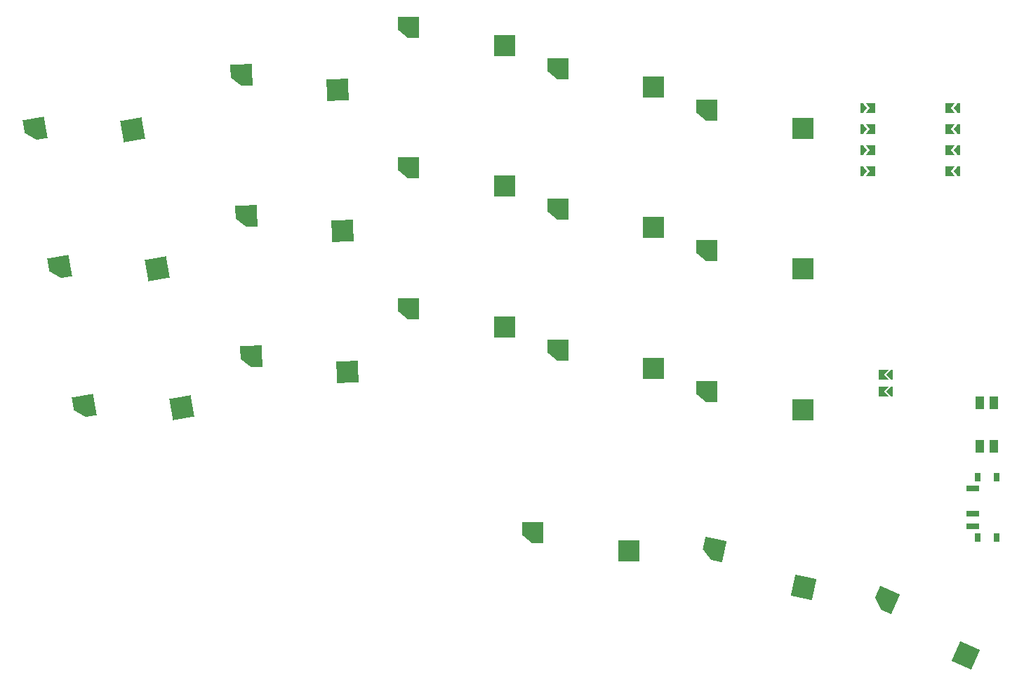
<source format=gbr>
%TF.GenerationSoftware,KiCad,Pcbnew,8.0.1*%
%TF.CreationDate,2024-05-06T14:57:41+03:00*%
%TF.ProjectId,new_ready_splayer_pcb,6e65775f-7265-4616-9479-5f73706c6179,v1.0.0*%
%TF.SameCoordinates,Original*%
%TF.FileFunction,Paste,Bot*%
%TF.FilePolarity,Positive*%
%FSLAX46Y46*%
G04 Gerber Fmt 4.6, Leading zero omitted, Abs format (unit mm)*
G04 Created by KiCad (PCBNEW 8.0.1) date 2024-05-06 14:57:41*
%MOMM*%
%LPD*%
G01*
G04 APERTURE LIST*
G04 Aperture macros list*
%AMRotRect*
0 Rectangle, with rotation*
0 The origin of the aperture is its center*
0 $1 length*
0 $2 width*
0 $3 Rotation angle, in degrees counterclockwise*
0 Add horizontal line*
21,1,$1,$2,0,0,$3*%
%AMFreePoly0*
4,1,6,1.300000,-1.300000,-0.050000,-1.300000,-1.300000,-0.250000,-1.300000,1.300000,1.300000,1.300000,1.300000,-1.300000,1.300000,-1.300000,$1*%
%AMFreePoly1*
4,1,6,0.500000,-0.625000,-0.650000,-0.625000,-0.150000,0.000000,-0.650000,0.625000,0.500000,0.625000,0.500000,-0.625000,0.500000,-0.625000,$1*%
%AMFreePoly2*
4,1,6,0.250000,0.000000,-0.250000,-0.625000,-0.500000,-0.625000,-0.500000,0.625000,-0.250000,0.625000,0.250000,0.000000,0.250000,0.000000,$1*%
%AMFreePoly3*
4,1,6,0.600000,-1.000000,0.000000,-0.400000,-0.600000,-1.000000,-0.600000,0.250000,0.600000,0.250000,0.600000,-1.000000,0.600000,-1.000000,$1*%
%AMFreePoly4*
4,1,6,0.600000,-0.200000,0.600000,-0.400000,-0.600000,-0.400000,-0.600000,-0.200000,0.000000,0.400000,0.600000,-0.200000,0.600000,-0.200000,$1*%
G04 Aperture macros list end*
%ADD10FreePoly0,0.000000*%
%ADD11R,2.600000X2.600000*%
%ADD12FreePoly1,0.000000*%
%ADD13FreePoly2,180.000000*%
%ADD14FreePoly2,0.000000*%
%ADD15FreePoly1,180.000000*%
%ADD16R,1.000000X1.550000*%
%ADD17R,0.800000X1.000000*%
%ADD18R,1.500000X0.700000*%
%ADD19FreePoly3,90.000000*%
%ADD20FreePoly4,90.000000*%
%ADD21FreePoly0,10.000000*%
%ADD22RotRect,2.600000X2.600000X10.000000*%
%ADD23FreePoly0,348.000000*%
%ADD24RotRect,2.600000X2.600000X348.000000*%
%ADD25FreePoly0,2.000000*%
%ADD26RotRect,2.600000X2.600000X2.000000*%
%ADD27FreePoly0,336.000000*%
%ADD28RotRect,2.600000X2.600000X336.000000*%
G04 APERTURE END LIST*
D10*
%TO.C,S13*%
X237384006Y-129955853D03*
D11*
X248934006Y-132155853D03*
%TD*%
D12*
%TO.C,MCU1*%
X257134000Y-95715000D03*
D13*
X267409000Y-95715000D03*
D12*
X257134000Y-98255000D03*
D13*
X267409000Y-98255000D03*
D12*
X257134000Y-100795000D03*
D13*
X267409000Y-100795000D03*
D12*
X257134000Y-103335000D03*
D13*
X267409000Y-103335000D03*
D14*
X256409000Y-103335000D03*
X256409000Y-100795000D03*
X256409000Y-98255000D03*
X256409000Y-95715000D03*
D15*
X266684000Y-103335000D03*
X266684000Y-100795000D03*
X266684000Y-98255000D03*
X266684000Y-95715000D03*
%TD*%
D16*
%TO.C,RST1*%
X272009009Y-131280853D03*
X270309009Y-131280853D03*
X272009009Y-136530853D03*
X270309009Y-136530853D03*
%TD*%
D17*
%TO.C,PWR1*%
X270074008Y-147555851D03*
X270074009Y-140255851D03*
X272284008Y-140255852D03*
X272284009Y-147555852D03*
D18*
X269424009Y-141655852D03*
X269424009Y-144655853D03*
X269424008Y-146155852D03*
%TD*%
D19*
%TO.C,JST1*%
X258343007Y-129905850D03*
X258343007Y-127905850D03*
D20*
X259359006Y-127905851D03*
X259359007Y-129905850D03*
%TD*%
D21*
%TO.C,S1*%
X162237768Y-131717565D03*
D22*
X173994323Y-131878505D03*
%TD*%
D10*
%TO.C,S15*%
X237384009Y-95955854D03*
D11*
X248934009Y-98155854D03*
%TD*%
D21*
%TO.C,S3*%
X156333731Y-98234104D03*
D22*
X168090286Y-98395044D03*
%TD*%
D10*
%TO.C,S8*%
X201384010Y-102955851D03*
D11*
X212934010Y-105155851D03*
%TD*%
D23*
%TO.C,S17*%
X238211270Y-148984992D03*
D24*
X249051469Y-153538298D03*
%TD*%
D25*
%TO.C,S5*%
X181771133Y-108744173D03*
D26*
X193390876Y-110539744D03*
%TD*%
D10*
%TO.C,S9*%
X201384008Y-85955853D03*
D11*
X212934008Y-88155853D03*
%TD*%
D10*
%TO.C,S14*%
X237384011Y-112955855D03*
D11*
X248934011Y-115155855D03*
%TD*%
D10*
%TO.C,S7*%
X201384009Y-119955852D03*
D11*
X212934009Y-122155852D03*
%TD*%
D10*
%TO.C,S12*%
X219384012Y-90955853D03*
D11*
X230934012Y-93155853D03*
%TD*%
D21*
%TO.C,S2*%
X159285753Y-114975836D03*
D22*
X171042308Y-115136776D03*
%TD*%
D10*
%TO.C,S11*%
X219384006Y-107955854D03*
D11*
X230934006Y-110155854D03*
%TD*%
D27*
%TO.C,S18*%
X258954951Y-155061661D03*
D28*
X268611580Y-161769269D03*
%TD*%
D10*
%TO.C,S16*%
X216384008Y-146955851D03*
D11*
X227934008Y-149155851D03*
%TD*%
D25*
%TO.C,S6*%
X181177843Y-91754531D03*
D26*
X192797586Y-93550102D03*
%TD*%
D10*
%TO.C,S10*%
X219384009Y-124955852D03*
D11*
X230934009Y-127155852D03*
%TD*%
D25*
%TO.C,S4*%
X182364424Y-125733817D03*
D26*
X193984167Y-127529388D03*
%TD*%
M02*

</source>
